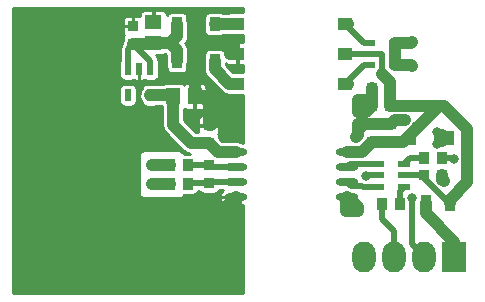
<source format=gbr>
G04 #@! TF.GenerationSoftware,KiCad,Pcbnew,(5.1.0-1152-gc9ccd8a64)*
G04 #@! TF.CreationDate,2019-07-22T10:50:57-04:00*
G04 #@! TF.ProjectId,current_sensor,63757272-656e-4745-9f73-656e736f722e,rev?*
G04 #@! TF.SameCoordinates,Original*
G04 #@! TF.FileFunction,Copper,L1,Top*
G04 #@! TF.FilePolarity,Positive*
%FSLAX46Y46*%
G04 Gerber Fmt 4.6, Leading zero omitted, Abs format (unit mm)*
G04 Created by KiCad (PCBNEW (5.1.0-1152-gc9ccd8a64)) date 2019-07-22 10:50:57*
%MOMM*%
%LPD*%
G04 APERTURE LIST*
%ADD10R,2.000000X2.600000*%
%ADD11O,2.000000X2.600000*%
%ADD12R,0.900000X1.200000*%
%ADD13R,0.850000X1.000000*%
%ADD14R,0.950000X1.450000*%
%ADD15R,0.900000X0.950000*%
%ADD16R,1.100000X0.600000*%
%ADD17R,1.300000X1.100000*%
%ADD18R,0.950000X0.900000*%
%ADD19R,1.450000X1.150000*%
%ADD20R,1.150000X1.450000*%
%ADD21O,1.950000X0.600000*%
%ADD22R,0.600000X1.100000*%
%ADD23C,0.800000*%
%ADD24C,0.500000*%
%ADD25C,1.000000*%
%ADD26C,0.250000*%
G04 APERTURE END LIST*
D10*
X170800000Y-93500000D03*
D11*
X168260000Y-93500000D03*
X165720000Y-93500000D03*
X163180000Y-93500000D03*
D12*
X150500000Y-76900000D03*
X147300000Y-76900000D03*
D13*
X166150000Y-89000000D03*
X164650000Y-89000000D03*
D14*
X168400000Y-88900000D03*
X170400000Y-88900000D03*
D12*
X167100000Y-83400000D03*
X170300000Y-83400000D03*
D15*
X169750000Y-86600000D03*
X168250000Y-86600000D03*
D16*
X164300000Y-85650000D03*
X164300000Y-87550000D03*
X164300000Y-86600000D03*
X166500000Y-87550000D03*
X166500000Y-85650000D03*
X166500000Y-86600000D03*
D17*
X161570000Y-78840000D03*
X161570000Y-76300000D03*
X161570000Y-73760000D03*
X152430000Y-73760000D03*
X152430000Y-76300000D03*
X152430000Y-78840000D03*
D18*
X163800000Y-82250000D03*
X163800000Y-83750000D03*
X150000000Y-83850000D03*
X150000000Y-82350000D03*
X150000000Y-87250000D03*
X150000000Y-85750000D03*
X143600000Y-75450000D03*
X143600000Y-73950000D03*
D15*
X163850000Y-80700000D03*
X165350000Y-80700000D03*
X165350000Y-79200000D03*
X163850000Y-79200000D03*
D18*
X165400000Y-82250000D03*
X165400000Y-83750000D03*
D19*
X145300000Y-73600000D03*
X145300000Y-75400000D03*
D20*
X147000000Y-79900000D03*
X148800000Y-79900000D03*
D13*
X168250000Y-85100000D03*
X169750000Y-85100000D03*
X148250000Y-87300000D03*
X146750000Y-87300000D03*
X148250000Y-85700000D03*
X146750000Y-85700000D03*
D21*
X152300000Y-84595000D03*
X152300000Y-85865000D03*
X152300000Y-87135000D03*
X152300000Y-88405000D03*
X161700000Y-88405000D03*
X161700000Y-87135000D03*
X161700000Y-85865000D03*
X161700000Y-84595000D03*
D12*
X147300000Y-73800000D03*
X150500000Y-73800000D03*
D22*
X145050000Y-79800000D03*
X143150000Y-79800000D03*
X144100000Y-77600000D03*
X143150000Y-77600000D03*
X145050000Y-77600000D03*
D16*
X163600000Y-75350000D03*
X163600000Y-77250000D03*
X163600000Y-76300000D03*
X165800000Y-77250000D03*
X165800000Y-75350000D03*
D23*
X170789600Y-85166200D03*
X163500000Y-93900000D03*
X162600000Y-89600000D03*
X169300000Y-82900000D03*
X169300000Y-83900000D03*
X162463188Y-83337213D03*
X162600000Y-82200000D03*
X163270745Y-86628392D03*
X167200000Y-75300000D03*
X167200000Y-77300000D03*
X166600000Y-81900000D03*
X162600000Y-81200000D03*
X162600000Y-80200000D03*
X161600000Y-89600000D03*
X169900000Y-87100000D03*
X167180400Y-88470994D03*
X145900000Y-87300000D03*
X151528698Y-89450934D03*
X152507488Y-89450934D03*
X150000000Y-81500000D03*
X151000000Y-81500000D03*
X151000000Y-80500000D03*
X150000000Y-80500000D03*
X145200000Y-87300000D03*
X145900000Y-85700000D03*
X145200000Y-85700000D03*
D24*
X170723400Y-85100000D02*
X170789600Y-85166200D01*
D25*
X171889601Y-82679599D02*
X171889601Y-87160399D01*
X171889601Y-87160399D02*
X170400000Y-88650000D01*
D24*
X169750000Y-85100000D02*
X170723400Y-85100000D01*
D25*
X170400000Y-88650000D02*
X170400000Y-88900000D01*
X169900002Y-80690000D02*
X171889601Y-82679599D01*
X169500000Y-80690000D02*
X169900002Y-80690000D01*
D24*
X163600000Y-75350000D02*
X163160000Y-75350000D01*
X163160000Y-75350000D02*
X161570000Y-73760000D01*
D25*
X161760000Y-73760000D02*
X161570000Y-73760000D01*
D24*
X163600000Y-77250000D02*
X163160000Y-77250000D01*
X163160000Y-77250000D02*
X161570000Y-78840000D01*
D25*
X161760000Y-78840000D02*
X161570000Y-78840000D01*
D24*
X170341986Y-88900000D02*
X168250000Y-86808014D01*
X170400000Y-88900000D02*
X170341986Y-88900000D01*
X168250000Y-86808014D02*
X168250000Y-86600000D01*
X166500000Y-86600000D02*
X168250000Y-86600000D01*
X164700000Y-76350000D02*
X164700000Y-78000000D01*
D25*
X165350000Y-79200000D02*
X165350000Y-78650000D01*
X165350000Y-78650000D02*
X164700000Y-78000000D01*
X169500000Y-80690000D02*
X165360000Y-80690000D01*
X165360000Y-80690000D02*
X165350000Y-80700000D01*
X169500000Y-80690000D02*
X167660525Y-82536545D01*
X167660525Y-82536545D02*
X167656990Y-82533010D01*
X167089990Y-83100010D02*
X167097060Y-83100010D01*
X165400000Y-83750000D02*
X166440000Y-83750000D01*
X166440000Y-83750000D02*
X167089990Y-83100010D01*
X167097060Y-83100010D02*
X167660525Y-82536545D01*
D24*
X163600000Y-76300000D02*
X161570000Y-76300000D01*
D25*
X165350000Y-79200000D02*
X165350000Y-80700000D01*
D24*
X163600000Y-76300000D02*
X164650000Y-76300000D01*
X164650000Y-76300000D02*
X164700000Y-76350000D01*
D25*
X163800000Y-83750000D02*
X165400000Y-83750000D01*
X161700000Y-84595000D02*
X162955000Y-84595000D01*
X162955000Y-84595000D02*
X163800000Y-83750000D01*
X162600000Y-89600000D02*
X162600000Y-89305000D01*
X162600000Y-89305000D02*
X161700000Y-88405000D01*
X162600000Y-89600000D02*
X161600000Y-89600000D01*
X161600000Y-89600000D02*
X161600000Y-88505000D01*
X161600000Y-88505000D02*
X161700000Y-88405000D01*
D24*
X169300000Y-83900000D02*
X169800000Y-83900000D01*
X169800000Y-83900000D02*
X170300000Y-83400000D01*
X169300000Y-82900000D02*
X169800000Y-83400000D01*
X169300000Y-82900000D02*
X169800000Y-82900000D01*
X169800000Y-82900000D02*
X170300000Y-83400000D01*
X169300000Y-83900000D02*
X169300000Y-82900000D01*
X170300000Y-83400000D02*
X169800000Y-83400000D01*
X169800000Y-83400000D02*
X169300000Y-83900000D01*
D25*
X163800000Y-82250000D02*
X163114998Y-82250000D01*
X163114998Y-82250000D02*
X162600000Y-82764998D01*
X162600000Y-82764998D02*
X162600000Y-83200401D01*
X162600000Y-82200000D02*
X162600000Y-83200401D01*
X162600000Y-83200401D02*
X162463188Y-83337213D01*
X163850000Y-80700000D02*
X163850000Y-79200000D01*
X163800000Y-82250000D02*
X162650000Y-82250000D01*
X162650000Y-82250000D02*
X162600000Y-82200000D01*
X162600000Y-81200000D02*
X163350000Y-81200000D01*
X163350000Y-81200000D02*
X163850000Y-80700000D01*
X166034315Y-81900000D02*
X166600000Y-81900000D01*
X165750000Y-81900000D02*
X166034315Y-81900000D01*
X165400000Y-82250000D02*
X165750000Y-81900000D01*
D24*
X164300000Y-86600000D02*
X163299137Y-86600000D01*
X163299137Y-86600000D02*
X163270745Y-86628392D01*
D25*
X165800000Y-75350000D02*
X167150000Y-75350000D01*
X167150000Y-75350000D02*
X167200000Y-75300000D01*
X165800000Y-77250000D02*
X167150000Y-77250000D01*
X167150000Y-77250000D02*
X167200000Y-77300000D01*
X163800000Y-82250000D02*
X165400000Y-82250000D01*
X163800000Y-82250000D02*
X163550000Y-82250000D01*
X162600000Y-80200000D02*
X163350000Y-80200000D01*
X163350000Y-80200000D02*
X163850000Y-80700000D01*
X162600000Y-80200000D02*
X162600000Y-81200000D01*
X165800000Y-75350000D02*
X165800000Y-77250000D01*
X169750000Y-86950000D02*
X169900000Y-87100000D01*
X169750000Y-86600000D02*
X169750000Y-86950000D01*
X147300000Y-76900000D02*
X147300000Y-76000000D01*
D24*
X145050000Y-77600000D02*
X145050000Y-76900000D01*
X145050000Y-76900000D02*
X143600000Y-75450000D01*
X143150000Y-77600000D02*
X143150000Y-75900000D01*
X143150000Y-75900000D02*
X143600000Y-75450000D01*
D25*
X143600000Y-75450000D02*
X145250000Y-75450000D01*
X145250000Y-75450000D02*
X145300000Y-75400000D01*
X147300000Y-73800000D02*
X147300000Y-74800000D01*
X147300000Y-74800000D02*
X146700000Y-75400000D01*
X146700000Y-75400000D02*
X145300000Y-75400000D01*
X147300000Y-76000000D02*
X146700000Y-75400000D01*
X150500000Y-73800000D02*
X152390000Y-73800000D01*
X152390000Y-73800000D02*
X152430000Y-73760000D01*
X150500000Y-76900000D02*
X150500000Y-77600000D01*
X152430000Y-78840000D02*
X151740000Y-78840000D01*
X151740000Y-78840000D02*
X150500000Y-77600000D01*
D24*
X167125000Y-88526394D02*
X167180400Y-88470994D01*
X167180400Y-92420400D02*
X168260000Y-93500000D01*
X167180400Y-88470994D02*
X167180400Y-92420400D01*
X150000000Y-85750000D02*
X148300000Y-85750000D01*
X148300000Y-85750000D02*
X148250000Y-85700000D01*
X152300000Y-85865000D02*
X150115000Y-85865000D01*
X150115000Y-85865000D02*
X150000000Y-85750000D01*
D26*
X165700000Y-93480000D02*
X165720000Y-93500000D01*
D24*
X165700000Y-91300000D02*
X165700000Y-93480000D01*
X164650000Y-89000000D02*
X164650000Y-90250000D01*
X164650000Y-90250000D02*
X165700000Y-91300000D01*
D25*
X146750000Y-87300000D02*
X145900000Y-87300000D01*
X152430000Y-76300000D02*
X151530000Y-75400000D01*
X151530000Y-75400000D02*
X149689998Y-75400000D01*
X149689998Y-75400000D02*
X148800000Y-76289998D01*
X148800000Y-76289998D02*
X148800000Y-79900000D01*
X145200000Y-87300000D02*
X146750000Y-87300000D01*
X151528698Y-89450934D02*
X151528698Y-89176302D01*
X151528698Y-89176302D02*
X152300000Y-88405000D01*
X152507488Y-89450934D02*
X151528698Y-89450934D01*
X152300000Y-88405000D02*
X152300000Y-89243446D01*
X152300000Y-89243446D02*
X152507488Y-89450934D01*
X148800000Y-79900000D02*
X150400000Y-79900000D01*
X150400000Y-79900000D02*
X151000000Y-80500000D01*
X150000000Y-82350000D02*
X150150000Y-82350000D01*
X150150000Y-82350000D02*
X151000000Y-81500000D01*
X150000000Y-82350000D02*
X150000000Y-81500000D01*
X150000000Y-81500000D02*
X150000000Y-80500000D01*
X151000000Y-81500000D02*
X150000000Y-81500000D01*
X151000000Y-80500000D02*
X151000000Y-81500000D01*
X150000000Y-80500000D02*
X151000000Y-80500000D01*
X148800000Y-79900000D02*
X149400000Y-79900000D01*
X149400000Y-79900000D02*
X150000000Y-80500000D01*
X152430000Y-76300000D02*
X151800000Y-76300000D01*
D24*
X166150000Y-88000000D02*
X166150000Y-89000000D01*
X166150000Y-87900000D02*
X166150000Y-88000000D01*
X166500000Y-87550000D02*
X166150000Y-87900000D01*
X168250000Y-85100000D02*
X167050000Y-85100000D01*
X167050000Y-85100000D02*
X166500000Y-85650000D01*
X168375000Y-88925000D02*
X168400000Y-88900000D01*
D25*
X170800000Y-92200000D02*
X170800000Y-93500000D01*
X168400000Y-88900000D02*
X168400000Y-89800000D01*
X168400000Y-89800000D02*
X170800000Y-92200000D01*
D24*
X150000000Y-87250000D02*
X148300000Y-87250000D01*
X148300000Y-87250000D02*
X148250000Y-87300000D01*
X152300000Y-87135000D02*
X150115000Y-87135000D01*
X150115000Y-87135000D02*
X150000000Y-87250000D01*
D25*
X147000000Y-79900000D02*
X147000000Y-82325000D01*
X147000000Y-82325000D02*
X148525000Y-83850000D01*
X148525000Y-83850000D02*
X150000000Y-83850000D01*
X152300000Y-84595000D02*
X150745000Y-84595000D01*
X150745000Y-84595000D02*
X150000000Y-83850000D01*
X145050000Y-79800000D02*
X146900000Y-79800000D01*
X146900000Y-79800000D02*
X147000000Y-79900000D01*
X146750000Y-85700000D02*
X145900000Y-85700000D01*
X145200000Y-85700000D02*
X146750000Y-85700000D01*
D24*
X161915000Y-85650000D02*
X161700000Y-85865000D01*
X164300000Y-85650000D02*
X161915000Y-85650000D01*
X164300000Y-87550000D02*
X163039576Y-87550000D01*
X162944566Y-87454990D02*
X162019990Y-87454990D01*
X163039576Y-87550000D02*
X162944566Y-87454990D01*
X162019990Y-87454990D02*
X161700000Y-87135000D01*
D26*
G36*
X152875000Y-72779123D02*
G01*
X151780000Y-72779123D01*
X151755613Y-72781525D01*
X151638559Y-72804809D01*
X151593500Y-72823473D01*
X151516383Y-72875000D01*
X151228583Y-72875000D01*
X151136500Y-72813473D01*
X151091441Y-72794809D01*
X150974387Y-72771525D01*
X150950000Y-72769123D01*
X150050000Y-72769123D01*
X150025613Y-72771525D01*
X149908559Y-72794809D01*
X149863500Y-72813473D01*
X149764266Y-72879778D01*
X149729778Y-72914266D01*
X149663473Y-73013500D01*
X149644809Y-73058559D01*
X149621525Y-73175613D01*
X149619123Y-73200000D01*
X149619123Y-73515858D01*
X149592515Y-73589765D01*
X149585461Y-73622952D01*
X149569408Y-73841550D01*
X149571538Y-73875412D01*
X149614862Y-74090274D01*
X149619123Y-74102509D01*
X149619123Y-74400000D01*
X149621525Y-74424387D01*
X149644809Y-74541441D01*
X149663473Y-74586500D01*
X149729778Y-74685734D01*
X149764266Y-74720222D01*
X149863500Y-74786527D01*
X149908559Y-74805191D01*
X150025613Y-74828475D01*
X150050000Y-74830877D01*
X150950000Y-74830877D01*
X150974387Y-74828475D01*
X151091441Y-74805191D01*
X151136500Y-74786527D01*
X151228583Y-74725000D01*
X151687871Y-74725000D01*
X151755613Y-74738475D01*
X151780000Y-74740877D01*
X152875000Y-74740877D01*
X152875000Y-75319123D01*
X152580000Y-75319123D01*
X152512420Y-75338966D01*
X152466296Y-75392196D01*
X152455000Y-75444123D01*
X152455000Y-77155877D01*
X152474843Y-77223457D01*
X152528073Y-77269581D01*
X152580000Y-77280877D01*
X152875000Y-77280877D01*
X152875000Y-77859123D01*
X152067270Y-77859123D01*
X151425000Y-77216854D01*
X151425000Y-77083684D01*
X151459778Y-77135734D01*
X151494266Y-77170222D01*
X151593500Y-77236527D01*
X151638559Y-77255191D01*
X151755613Y-77278475D01*
X151780000Y-77280877D01*
X152280000Y-77280877D01*
X152347580Y-77261034D01*
X152393704Y-77207804D01*
X152405000Y-77155877D01*
X152405000Y-76450000D01*
X152385157Y-76382420D01*
X152331927Y-76336296D01*
X152280000Y-76325000D01*
X151474123Y-76325000D01*
X151406543Y-76344843D01*
X151380877Y-76374463D01*
X151380877Y-76300000D01*
X151378475Y-76275613D01*
X151362658Y-76196095D01*
X151368966Y-76217580D01*
X151422196Y-76263704D01*
X151474123Y-76275000D01*
X152280000Y-76275000D01*
X152347580Y-76255157D01*
X152393704Y-76201927D01*
X152405000Y-76150000D01*
X152405000Y-75444123D01*
X152385157Y-75376543D01*
X152331927Y-75330419D01*
X152280000Y-75319123D01*
X151780000Y-75319123D01*
X151755613Y-75321525D01*
X151638559Y-75344809D01*
X151593500Y-75363473D01*
X151494266Y-75429778D01*
X151459778Y-75464266D01*
X151393473Y-75563500D01*
X151374809Y-75608559D01*
X151351525Y-75725613D01*
X151349123Y-75750000D01*
X151349123Y-76143910D01*
X151336527Y-76113500D01*
X151270222Y-76014266D01*
X151235734Y-75979778D01*
X151136500Y-75913473D01*
X151091441Y-75894809D01*
X150974387Y-75871525D01*
X150950000Y-75869123D01*
X150050000Y-75869123D01*
X150025613Y-75871525D01*
X149908559Y-75894809D01*
X149863500Y-75913473D01*
X149764266Y-75979778D01*
X149729778Y-76014266D01*
X149663473Y-76113500D01*
X149644809Y-76158559D01*
X149621525Y-76275613D01*
X149619123Y-76300000D01*
X149619123Y-76643900D01*
X149577732Y-76838629D01*
X149575000Y-76864618D01*
X149575000Y-77579454D01*
X149571173Y-77670759D01*
X149574366Y-77704538D01*
X149589429Y-77768760D01*
X149598383Y-77834123D01*
X149607507Y-77866802D01*
X149618246Y-77891617D01*
X149624418Y-77917933D01*
X149641281Y-77957468D01*
X149657648Y-77982671D01*
X149694557Y-78067962D01*
X149712133Y-78096983D01*
X149850072Y-78267322D01*
X149874805Y-78290548D01*
X149901065Y-78309210D01*
X151071376Y-79479522D01*
X151133254Y-79546815D01*
X151159398Y-79568443D01*
X151215465Y-79603206D01*
X151268009Y-79643089D01*
X151297567Y-79659744D01*
X151322702Y-79669696D01*
X151345684Y-79683945D01*
X151385564Y-79699976D01*
X151414963Y-79706225D01*
X151501363Y-79740433D01*
X151534312Y-79748526D01*
X151554820Y-79750682D01*
X151593501Y-79776527D01*
X151638559Y-79795191D01*
X151755613Y-79818475D01*
X151780000Y-79820877D01*
X152875000Y-79820877D01*
X152875000Y-83863084D01*
X152694317Y-83751056D01*
X152654437Y-83735025D01*
X152361372Y-83672732D01*
X152335383Y-83670000D01*
X151128146Y-83670000D01*
X150905877Y-83447731D01*
X150905877Y-83400000D01*
X150903475Y-83375613D01*
X150880191Y-83258559D01*
X150861527Y-83213500D01*
X150795222Y-83114266D01*
X150780956Y-83100000D01*
X150795222Y-83085734D01*
X150861527Y-82986500D01*
X150880191Y-82941441D01*
X150903475Y-82824387D01*
X150905877Y-82800000D01*
X150905877Y-82500000D01*
X150886034Y-82432420D01*
X150832804Y-82386296D01*
X150780877Y-82375000D01*
X149219123Y-82375000D01*
X149151543Y-82394843D01*
X149105419Y-82448073D01*
X149094123Y-82500000D01*
X149094123Y-82800000D01*
X149096525Y-82824387D01*
X149116539Y-82925000D01*
X148908147Y-82925000D01*
X147925000Y-81941854D01*
X147925000Y-81900000D01*
X149094123Y-81900000D01*
X149094123Y-82200000D01*
X149113966Y-82267580D01*
X149167196Y-82313704D01*
X149219123Y-82325000D01*
X149850000Y-82325000D01*
X149917580Y-82305157D01*
X149963704Y-82251927D01*
X149975000Y-82200000D01*
X149975000Y-81594123D01*
X150025000Y-81594123D01*
X150025000Y-82200000D01*
X150044843Y-82267580D01*
X150098073Y-82313704D01*
X150150000Y-82325000D01*
X150780877Y-82325000D01*
X150848457Y-82305157D01*
X150894581Y-82251927D01*
X150905877Y-82200000D01*
X150905877Y-81900000D01*
X150903475Y-81875613D01*
X150880191Y-81758559D01*
X150861527Y-81713500D01*
X150795222Y-81614266D01*
X150760734Y-81579778D01*
X150661500Y-81513473D01*
X150616441Y-81494809D01*
X150499387Y-81471525D01*
X150475000Y-81469123D01*
X150150000Y-81469123D01*
X150082420Y-81488966D01*
X150036296Y-81542196D01*
X150025000Y-81594123D01*
X149975000Y-81594123D01*
X149955157Y-81526543D01*
X149901927Y-81480419D01*
X149850000Y-81469123D01*
X149525000Y-81469123D01*
X149500613Y-81471525D01*
X149383559Y-81494809D01*
X149338500Y-81513473D01*
X149239266Y-81579778D01*
X149204778Y-81614266D01*
X149138473Y-81713500D01*
X149119809Y-81758559D01*
X149096525Y-81875613D01*
X149094123Y-81900000D01*
X147925000Y-81900000D01*
X147925000Y-80930956D01*
X147939266Y-80945222D01*
X148038500Y-81011527D01*
X148083559Y-81030191D01*
X148200613Y-81053475D01*
X148225000Y-81055877D01*
X148650000Y-81055877D01*
X148717580Y-81036034D01*
X148763704Y-80982804D01*
X148775000Y-80930877D01*
X148775000Y-80050000D01*
X148825000Y-80050000D01*
X148825000Y-80930877D01*
X148844843Y-80998457D01*
X148898073Y-81044581D01*
X148950000Y-81055877D01*
X149375000Y-81055877D01*
X149399387Y-81053475D01*
X149516441Y-81030191D01*
X149561500Y-81011527D01*
X149660734Y-80945222D01*
X149695222Y-80910734D01*
X149761527Y-80811500D01*
X149780191Y-80766441D01*
X149803475Y-80649387D01*
X149805877Y-80625000D01*
X149805877Y-80050000D01*
X149786034Y-79982420D01*
X149732804Y-79936296D01*
X149680877Y-79925000D01*
X148950000Y-79925000D01*
X148882420Y-79944843D01*
X148836296Y-79998073D01*
X148825000Y-80050000D01*
X148775000Y-80050000D01*
X148775000Y-78869123D01*
X148825000Y-78869123D01*
X148825000Y-79750000D01*
X148844843Y-79817580D01*
X148898073Y-79863704D01*
X148950000Y-79875000D01*
X149680877Y-79875000D01*
X149748457Y-79855157D01*
X149794581Y-79801927D01*
X149805877Y-79750000D01*
X149805877Y-79175000D01*
X149803475Y-79150613D01*
X149780191Y-79033559D01*
X149761527Y-78988500D01*
X149695222Y-78889266D01*
X149660734Y-78854778D01*
X149561500Y-78788473D01*
X149516441Y-78769809D01*
X149399387Y-78746525D01*
X149375000Y-78744123D01*
X148950000Y-78744123D01*
X148882420Y-78763966D01*
X148836296Y-78817196D01*
X148825000Y-78869123D01*
X148775000Y-78869123D01*
X148755157Y-78801543D01*
X148701927Y-78755419D01*
X148650000Y-78744123D01*
X148225000Y-78744123D01*
X148200613Y-78746525D01*
X148083559Y-78769809D01*
X148038500Y-78788473D01*
X147939266Y-78854778D01*
X147904778Y-78889266D01*
X147900000Y-78896417D01*
X147895222Y-78889266D01*
X147860734Y-78854778D01*
X147761500Y-78788473D01*
X147716441Y-78769809D01*
X147599387Y-78746525D01*
X147575000Y-78744123D01*
X146425000Y-78744123D01*
X146400613Y-78746525D01*
X146283559Y-78769809D01*
X146238500Y-78788473D01*
X146139266Y-78854778D01*
X146119044Y-78875000D01*
X145553751Y-78875000D01*
X145536499Y-78863473D01*
X145491441Y-78844809D01*
X145374387Y-78821525D01*
X145350000Y-78819123D01*
X144750000Y-78819123D01*
X144725613Y-78821525D01*
X144608559Y-78844809D01*
X144563500Y-78863473D01*
X144464266Y-78929778D01*
X144429778Y-78964266D01*
X144363473Y-79063500D01*
X144344809Y-79108559D01*
X144321525Y-79225613D01*
X144321232Y-79228584D01*
X144232481Y-79353469D01*
X144216762Y-79383537D01*
X144142515Y-79589765D01*
X144135461Y-79622952D01*
X144119408Y-79841550D01*
X144121538Y-79875412D01*
X144164862Y-80090274D01*
X144176020Y-80122316D01*
X144275529Y-80317612D01*
X144294893Y-80345473D01*
X144321537Y-80374448D01*
X144344809Y-80491441D01*
X144363473Y-80536500D01*
X144429778Y-80635734D01*
X144464266Y-80670222D01*
X144563500Y-80736527D01*
X144608559Y-80755191D01*
X144725613Y-80778475D01*
X144750000Y-80780877D01*
X145350000Y-80780877D01*
X145374387Y-80778475D01*
X145491441Y-80755191D01*
X145536499Y-80736527D01*
X145553751Y-80725000D01*
X146011566Y-80725000D01*
X146019809Y-80766441D01*
X146038473Y-80811499D01*
X146075000Y-80866167D01*
X146075001Y-82304431D01*
X146071173Y-82395759D01*
X146074366Y-82429539D01*
X146089430Y-82493764D01*
X146098383Y-82559122D01*
X146107508Y-82591801D01*
X146118244Y-82616611D01*
X146124418Y-82642933D01*
X146141282Y-82682470D01*
X146157649Y-82707672D01*
X146194556Y-82792961D01*
X146212133Y-82821983D01*
X146350072Y-82992322D01*
X146374805Y-83015548D01*
X146401065Y-83034210D01*
X147856389Y-84489536D01*
X147918255Y-84556815D01*
X147944398Y-84578443D01*
X148000465Y-84613206D01*
X148053009Y-84653089D01*
X148082568Y-84669745D01*
X148107707Y-84679698D01*
X148130683Y-84693944D01*
X148170562Y-84709975D01*
X148199957Y-84716223D01*
X148286363Y-84750434D01*
X148319314Y-84758527D01*
X148420133Y-84769123D01*
X147897629Y-84769123D01*
X147890229Y-84737659D01*
X147868301Y-84690949D01*
X147801861Y-84602968D01*
X147767913Y-84572020D01*
X147674176Y-84513981D01*
X147631340Y-84497386D01*
X147522968Y-84477128D01*
X147500000Y-84475000D01*
X144500000Y-84475000D01*
X144471381Y-84478320D01*
X144337659Y-84509771D01*
X144290949Y-84531699D01*
X144202968Y-84598139D01*
X144172020Y-84632087D01*
X144113981Y-84725824D01*
X144097386Y-84768660D01*
X144077128Y-84877032D01*
X144075000Y-84900000D01*
X144075000Y-88100000D01*
X144078320Y-88128619D01*
X144109771Y-88262341D01*
X144131699Y-88309051D01*
X144198139Y-88397032D01*
X144232087Y-88427980D01*
X144325824Y-88486019D01*
X144368660Y-88502614D01*
X144477032Y-88522872D01*
X144500000Y-88525000D01*
X147500000Y-88525000D01*
X147528619Y-88521680D01*
X147662341Y-88490229D01*
X147709051Y-88468301D01*
X147797032Y-88401861D01*
X147827980Y-88367913D01*
X147886019Y-88274176D01*
X147902614Y-88231340D01*
X147902701Y-88230877D01*
X148675000Y-88230877D01*
X148699387Y-88228475D01*
X148816441Y-88205191D01*
X148861500Y-88186527D01*
X148960734Y-88120222D01*
X148995222Y-88085734D01*
X149061527Y-87986500D01*
X149080191Y-87941441D01*
X149083461Y-87925000D01*
X149164197Y-87925000D01*
X149204778Y-87985734D01*
X149239266Y-88020222D01*
X149338500Y-88086527D01*
X149383559Y-88105191D01*
X149500613Y-88128475D01*
X149525000Y-88130877D01*
X150475000Y-88130877D01*
X150499387Y-88128475D01*
X150616441Y-88105191D01*
X150661500Y-88086527D01*
X150760734Y-88020222D01*
X150795222Y-87985734D01*
X150861527Y-87886500D01*
X150880191Y-87841441D01*
X150886445Y-87810000D01*
X151209477Y-87810000D01*
X151120980Y-87877906D01*
X151097906Y-87900980D01*
X151001732Y-88026316D01*
X150985416Y-88054576D01*
X150924959Y-88200534D01*
X150916513Y-88232053D01*
X150915640Y-88238684D01*
X150926493Y-88308276D01*
X150973247Y-88360953D01*
X151039571Y-88380000D01*
X152325000Y-88380000D01*
X152325000Y-89005000D01*
X152344843Y-89072580D01*
X152398073Y-89118704D01*
X152450000Y-89130000D01*
X152875000Y-89130000D01*
X152875000Y-96575000D01*
X133425000Y-96575000D01*
X133425000Y-88571316D01*
X150915640Y-88571316D01*
X150916513Y-88577947D01*
X150924959Y-88609466D01*
X150985416Y-88755423D01*
X151001732Y-88783683D01*
X151097906Y-88909020D01*
X151120980Y-88932094D01*
X151246317Y-89028268D01*
X151274577Y-89044584D01*
X151420534Y-89105041D01*
X151452053Y-89113487D01*
X151569361Y-89128931D01*
X151585677Y-89130000D01*
X152150000Y-89130000D01*
X152217580Y-89110157D01*
X152263704Y-89056927D01*
X152275000Y-89005000D01*
X152275000Y-88555000D01*
X152255157Y-88487420D01*
X152201927Y-88441296D01*
X152150000Y-88430000D01*
X151039571Y-88430000D01*
X150971991Y-88449843D01*
X150925867Y-88503073D01*
X150915640Y-88571316D01*
X133425000Y-88571316D01*
X133425000Y-79250000D01*
X142419123Y-79250000D01*
X142419123Y-80350000D01*
X142421525Y-80374387D01*
X142444809Y-80491441D01*
X142463473Y-80536500D01*
X142529778Y-80635734D01*
X142564266Y-80670222D01*
X142663500Y-80736527D01*
X142708559Y-80755191D01*
X142825613Y-80778475D01*
X142850000Y-80780877D01*
X143450000Y-80780877D01*
X143474387Y-80778475D01*
X143591441Y-80755191D01*
X143636500Y-80736527D01*
X143735734Y-80670222D01*
X143770222Y-80635734D01*
X143836527Y-80536500D01*
X143855191Y-80491441D01*
X143878475Y-80374387D01*
X143880877Y-80350000D01*
X143880877Y-79250000D01*
X143878475Y-79225613D01*
X143855191Y-79108559D01*
X143836527Y-79063500D01*
X143770222Y-78964266D01*
X143735734Y-78929778D01*
X143636500Y-78863473D01*
X143591441Y-78844809D01*
X143474387Y-78821525D01*
X143450000Y-78819123D01*
X142850000Y-78819123D01*
X142825613Y-78821525D01*
X142708559Y-78844809D01*
X142663500Y-78863473D01*
X142564266Y-78929778D01*
X142529778Y-78964266D01*
X142463473Y-79063500D01*
X142444809Y-79108559D01*
X142421525Y-79225613D01*
X142419123Y-79250000D01*
X133425000Y-79250000D01*
X133425000Y-77050000D01*
X142419123Y-77050000D01*
X142419123Y-78150000D01*
X142421525Y-78174387D01*
X142444809Y-78291441D01*
X142463473Y-78336500D01*
X142529778Y-78435734D01*
X142564266Y-78470222D01*
X142663500Y-78536527D01*
X142708559Y-78555191D01*
X142825613Y-78578475D01*
X142850000Y-78580877D01*
X143450000Y-78580877D01*
X143474387Y-78578475D01*
X143591441Y-78555191D01*
X143625000Y-78541290D01*
X143658559Y-78555191D01*
X143775613Y-78578475D01*
X143800000Y-78580877D01*
X143950000Y-78580877D01*
X144017580Y-78561034D01*
X144063704Y-78507804D01*
X144075000Y-78455877D01*
X144075000Y-77575000D01*
X144125000Y-77575000D01*
X144125000Y-78455877D01*
X144144843Y-78523457D01*
X144198073Y-78569581D01*
X144250000Y-78580877D01*
X144400000Y-78580877D01*
X144424387Y-78578475D01*
X144541441Y-78555191D01*
X144575000Y-78541290D01*
X144608559Y-78555191D01*
X144725613Y-78578475D01*
X144750000Y-78580877D01*
X145350000Y-78580877D01*
X145374387Y-78578475D01*
X145491441Y-78555191D01*
X145536500Y-78536527D01*
X145635734Y-78470222D01*
X145670222Y-78435734D01*
X145736527Y-78336500D01*
X145755191Y-78291441D01*
X145778475Y-78174387D01*
X145780877Y-78150000D01*
X145780877Y-77050000D01*
X145778475Y-77025613D01*
X145755191Y-76908559D01*
X145736527Y-76863501D01*
X145724240Y-76845111D01*
X145723303Y-76833784D01*
X145718490Y-76804868D01*
X145709598Y-76729741D01*
X145702482Y-76708689D01*
X145700846Y-76698858D01*
X145687550Y-76660025D01*
X145600602Y-76498883D01*
X145575444Y-76466450D01*
X145517236Y-76412643D01*
X145510470Y-76405877D01*
X146025000Y-76405877D01*
X146049387Y-76403475D01*
X146166441Y-76380191D01*
X146211500Y-76361527D01*
X146266167Y-76325000D01*
X146316854Y-76325000D01*
X146375000Y-76383146D01*
X146375000Y-76954904D01*
X146376157Y-76971869D01*
X146398383Y-77134122D01*
X146407507Y-77166800D01*
X146419123Y-77193643D01*
X146419123Y-77500000D01*
X146421525Y-77524387D01*
X146444809Y-77641441D01*
X146463473Y-77686500D01*
X146529778Y-77785734D01*
X146564266Y-77820222D01*
X146663500Y-77886527D01*
X146708559Y-77905191D01*
X146825613Y-77928475D01*
X146850000Y-77930877D01*
X147750000Y-77930877D01*
X147774387Y-77928475D01*
X147891441Y-77905191D01*
X147936500Y-77886527D01*
X148035734Y-77820222D01*
X148070222Y-77785734D01*
X148136527Y-77686500D01*
X148155191Y-77641441D01*
X148178475Y-77524387D01*
X148180877Y-77500000D01*
X148180877Y-77156101D01*
X148222268Y-76961372D01*
X148225000Y-76935383D01*
X148225000Y-76020546D01*
X148228827Y-75929240D01*
X148225634Y-75895460D01*
X148210572Y-75831244D01*
X148201618Y-75765878D01*
X148192493Y-75733198D01*
X148181756Y-75708387D01*
X148175583Y-75682067D01*
X148158718Y-75642530D01*
X148142355Y-75617333D01*
X148105445Y-75532039D01*
X148087868Y-75503017D01*
X148008378Y-75404856D01*
X148028443Y-75380602D01*
X148063206Y-75324535D01*
X148103089Y-75271991D01*
X148119744Y-75242433D01*
X148129696Y-75217298D01*
X148143945Y-75194316D01*
X148159976Y-75154436D01*
X148166225Y-75125037D01*
X148200433Y-75038637D01*
X148208526Y-75005686D01*
X148231436Y-74787701D01*
X148230371Y-74753790D01*
X148225000Y-74722035D01*
X148225000Y-73745095D01*
X148223843Y-73728130D01*
X148201617Y-73565877D01*
X148192493Y-73533199D01*
X148180877Y-73506356D01*
X148180877Y-73200000D01*
X148178475Y-73175613D01*
X148155191Y-73058559D01*
X148136527Y-73013500D01*
X148070222Y-72914266D01*
X148035734Y-72879778D01*
X147936500Y-72813473D01*
X147891441Y-72794809D01*
X147774387Y-72771525D01*
X147750000Y-72769123D01*
X146850000Y-72769123D01*
X146825613Y-72771525D01*
X146708559Y-72794809D01*
X146663500Y-72813473D01*
X146564266Y-72879778D01*
X146529778Y-72914266D01*
X146463473Y-73013500D01*
X146455877Y-73031838D01*
X146455877Y-73025000D01*
X146453475Y-73000613D01*
X146430191Y-72883559D01*
X146411527Y-72838500D01*
X146345222Y-72739266D01*
X146310734Y-72704778D01*
X146211500Y-72638473D01*
X146166441Y-72619809D01*
X146049387Y-72596525D01*
X146025000Y-72594123D01*
X145450000Y-72594123D01*
X145382420Y-72613966D01*
X145336296Y-72667196D01*
X145325000Y-72719123D01*
X145325000Y-73625000D01*
X145275000Y-73625000D01*
X145275000Y-72719123D01*
X145255157Y-72651543D01*
X145201927Y-72605419D01*
X145150000Y-72594123D01*
X144575000Y-72594123D01*
X144550613Y-72596525D01*
X144433559Y-72619809D01*
X144388500Y-72638473D01*
X144289266Y-72704778D01*
X144254778Y-72739266D01*
X144188473Y-72838500D01*
X144169809Y-72883559D01*
X144146525Y-73000613D01*
X144144123Y-73025000D01*
X144144123Y-73080424D01*
X144099387Y-73071525D01*
X144075000Y-73069123D01*
X143750000Y-73069123D01*
X143682420Y-73088966D01*
X143636296Y-73142196D01*
X143625000Y-73194123D01*
X143625000Y-73975000D01*
X142819123Y-73975000D01*
X142751543Y-73994843D01*
X142705419Y-74048073D01*
X142694123Y-74100000D01*
X142694123Y-74400000D01*
X142696525Y-74424387D01*
X142719809Y-74541441D01*
X142738473Y-74586500D01*
X142804778Y-74685734D01*
X142819044Y-74700000D01*
X142804778Y-74714266D01*
X142738473Y-74813500D01*
X142719809Y-74858559D01*
X142696525Y-74975613D01*
X142694123Y-75000000D01*
X142694123Y-75235299D01*
X142692515Y-75239765D01*
X142685461Y-75272952D01*
X142675262Y-75411839D01*
X142644326Y-75451081D01*
X142640395Y-75455012D01*
X142627081Y-75470724D01*
X142610026Y-75494590D01*
X142563203Y-75553985D01*
X142553347Y-75573906D01*
X142547556Y-75582010D01*
X142529497Y-75618873D01*
X142477034Y-75794299D01*
X142471889Y-75835021D01*
X142475001Y-75914231D01*
X142475000Y-76846249D01*
X142463473Y-76863501D01*
X142444809Y-76908559D01*
X142421525Y-77025613D01*
X142419123Y-77050000D01*
X133425000Y-77050000D01*
X133425000Y-73500000D01*
X142694123Y-73500000D01*
X142694123Y-73800000D01*
X142713966Y-73867580D01*
X142767196Y-73913704D01*
X142819123Y-73925000D01*
X143450000Y-73925000D01*
X143517580Y-73905157D01*
X143563704Y-73851927D01*
X143575000Y-73800000D01*
X143575000Y-73194123D01*
X143555157Y-73126543D01*
X143501927Y-73080419D01*
X143450000Y-73069123D01*
X143125000Y-73069123D01*
X143100613Y-73071525D01*
X142983559Y-73094809D01*
X142938500Y-73113473D01*
X142839266Y-73179778D01*
X142804778Y-73214266D01*
X142738473Y-73313500D01*
X142719809Y-73358559D01*
X142696525Y-73475613D01*
X142694123Y-73500000D01*
X133425000Y-73500000D01*
X133425000Y-72425000D01*
X152875000Y-72425000D01*
X152875000Y-72779123D01*
X152875000Y-72779123D01*
G37*
X152875000Y-72779123D02*
X151780000Y-72779123D01*
X151755613Y-72781525D01*
X151638559Y-72804809D01*
X151593500Y-72823473D01*
X151516383Y-72875000D01*
X151228583Y-72875000D01*
X151136500Y-72813473D01*
X151091441Y-72794809D01*
X150974387Y-72771525D01*
X150950000Y-72769123D01*
X150050000Y-72769123D01*
X150025613Y-72771525D01*
X149908559Y-72794809D01*
X149863500Y-72813473D01*
X149764266Y-72879778D01*
X149729778Y-72914266D01*
X149663473Y-73013500D01*
X149644809Y-73058559D01*
X149621525Y-73175613D01*
X149619123Y-73200000D01*
X149619123Y-73515858D01*
X149592515Y-73589765D01*
X149585461Y-73622952D01*
X149569408Y-73841550D01*
X149571538Y-73875412D01*
X149614862Y-74090274D01*
X149619123Y-74102509D01*
X149619123Y-74400000D01*
X149621525Y-74424387D01*
X149644809Y-74541441D01*
X149663473Y-74586500D01*
X149729778Y-74685734D01*
X149764266Y-74720222D01*
X149863500Y-74786527D01*
X149908559Y-74805191D01*
X150025613Y-74828475D01*
X150050000Y-74830877D01*
X150950000Y-74830877D01*
X150974387Y-74828475D01*
X151091441Y-74805191D01*
X151136500Y-74786527D01*
X151228583Y-74725000D01*
X151687871Y-74725000D01*
X151755613Y-74738475D01*
X151780000Y-74740877D01*
X152875000Y-74740877D01*
X152875000Y-75319123D01*
X152580000Y-75319123D01*
X152512420Y-75338966D01*
X152466296Y-75392196D01*
X152455000Y-75444123D01*
X152455000Y-77155877D01*
X152474843Y-77223457D01*
X152528073Y-77269581D01*
X152580000Y-77280877D01*
X152875000Y-77280877D01*
X152875000Y-77859123D01*
X152067270Y-77859123D01*
X151425000Y-77216854D01*
X151425000Y-77083684D01*
X151459778Y-77135734D01*
X151494266Y-77170222D01*
X151593500Y-77236527D01*
X151638559Y-77255191D01*
X151755613Y-77278475D01*
X151780000Y-77280877D01*
X152280000Y-77280877D01*
X152347580Y-77261034D01*
X152393704Y-77207804D01*
X152405000Y-77155877D01*
X152405000Y-76450000D01*
X152385157Y-76382420D01*
X152331927Y-76336296D01*
X152280000Y-76325000D01*
X151474123Y-76325000D01*
X151406543Y-76344843D01*
X151380877Y-76374463D01*
X151380877Y-76300000D01*
X151378475Y-76275613D01*
X151362658Y-76196095D01*
X151368966Y-76217580D01*
X151422196Y-76263704D01*
X151474123Y-76275000D01*
X152280000Y-76275000D01*
X152347580Y-76255157D01*
X152393704Y-76201927D01*
X152405000Y-76150000D01*
X152405000Y-75444123D01*
X152385157Y-75376543D01*
X152331927Y-75330419D01*
X152280000Y-75319123D01*
X151780000Y-75319123D01*
X151755613Y-75321525D01*
X151638559Y-75344809D01*
X151593500Y-75363473D01*
X151494266Y-75429778D01*
X151459778Y-75464266D01*
X151393473Y-75563500D01*
X151374809Y-75608559D01*
X151351525Y-75725613D01*
X151349123Y-75750000D01*
X151349123Y-76143910D01*
X151336527Y-76113500D01*
X151270222Y-76014266D01*
X151235734Y-75979778D01*
X151136500Y-75913473D01*
X151091441Y-75894809D01*
X150974387Y-75871525D01*
X150950000Y-75869123D01*
X150050000Y-75869123D01*
X150025613Y-75871525D01*
X149908559Y-75894809D01*
X149863500Y-75913473D01*
X149764266Y-75979778D01*
X149729778Y-76014266D01*
X149663473Y-76113500D01*
X149644809Y-76158559D01*
X149621525Y-76275613D01*
X149619123Y-76300000D01*
X149619123Y-76643900D01*
X149577732Y-76838629D01*
X149575000Y-76864618D01*
X149575000Y-77579454D01*
X149571173Y-77670759D01*
X149574366Y-77704538D01*
X149589429Y-77768760D01*
X149598383Y-77834123D01*
X149607507Y-77866802D01*
X149618246Y-77891617D01*
X149624418Y-77917933D01*
X149641281Y-77957468D01*
X149657648Y-77982671D01*
X149694557Y-78067962D01*
X149712133Y-78096983D01*
X149850072Y-78267322D01*
X149874805Y-78290548D01*
X149901065Y-78309210D01*
X151071376Y-79479522D01*
X151133254Y-79546815D01*
X151159398Y-79568443D01*
X151215465Y-79603206D01*
X151268009Y-79643089D01*
X151297567Y-79659744D01*
X151322702Y-79669696D01*
X151345684Y-79683945D01*
X151385564Y-79699976D01*
X151414963Y-79706225D01*
X151501363Y-79740433D01*
X151534312Y-79748526D01*
X151554820Y-79750682D01*
X151593501Y-79776527D01*
X151638559Y-79795191D01*
X151755613Y-79818475D01*
X151780000Y-79820877D01*
X152875000Y-79820877D01*
X152875000Y-83863084D01*
X152694317Y-83751056D01*
X152654437Y-83735025D01*
X152361372Y-83672732D01*
X152335383Y-83670000D01*
X151128146Y-83670000D01*
X150905877Y-83447731D01*
X150905877Y-83400000D01*
X150903475Y-83375613D01*
X150880191Y-83258559D01*
X150861527Y-83213500D01*
X150795222Y-83114266D01*
X150780956Y-83100000D01*
X150795222Y-83085734D01*
X150861527Y-82986500D01*
X150880191Y-82941441D01*
X150903475Y-82824387D01*
X150905877Y-82800000D01*
X150905877Y-82500000D01*
X150886034Y-82432420D01*
X150832804Y-82386296D01*
X150780877Y-82375000D01*
X149219123Y-82375000D01*
X149151543Y-82394843D01*
X149105419Y-82448073D01*
X149094123Y-82500000D01*
X149094123Y-82800000D01*
X149096525Y-82824387D01*
X149116539Y-82925000D01*
X148908147Y-82925000D01*
X147925000Y-81941854D01*
X147925000Y-81900000D01*
X149094123Y-81900000D01*
X149094123Y-82200000D01*
X149113966Y-82267580D01*
X149167196Y-82313704D01*
X149219123Y-82325000D01*
X149850000Y-82325000D01*
X149917580Y-82305157D01*
X149963704Y-82251927D01*
X149975000Y-82200000D01*
X149975000Y-81594123D01*
X150025000Y-81594123D01*
X150025000Y-82200000D01*
X150044843Y-82267580D01*
X150098073Y-82313704D01*
X150150000Y-82325000D01*
X150780877Y-82325000D01*
X150848457Y-82305157D01*
X150894581Y-82251927D01*
X150905877Y-82200000D01*
X150905877Y-81900000D01*
X150903475Y-81875613D01*
X150880191Y-81758559D01*
X150861527Y-81713500D01*
X150795222Y-81614266D01*
X150760734Y-81579778D01*
X150661500Y-81513473D01*
X150616441Y-81494809D01*
X150499387Y-81471525D01*
X150475000Y-81469123D01*
X150150000Y-81469123D01*
X150082420Y-81488966D01*
X150036296Y-81542196D01*
X150025000Y-81594123D01*
X149975000Y-81594123D01*
X149955157Y-81526543D01*
X149901927Y-81480419D01*
X149850000Y-81469123D01*
X149525000Y-81469123D01*
X149500613Y-81471525D01*
X149383559Y-81494809D01*
X149338500Y-81513473D01*
X149239266Y-81579778D01*
X149204778Y-81614266D01*
X149138473Y-81713500D01*
X149119809Y-81758559D01*
X149096525Y-81875613D01*
X149094123Y-81900000D01*
X147925000Y-81900000D01*
X147925000Y-80930956D01*
X147939266Y-80945222D01*
X148038500Y-81011527D01*
X148083559Y-81030191D01*
X148200613Y-81053475D01*
X148225000Y-81055877D01*
X148650000Y-81055877D01*
X148717580Y-81036034D01*
X148763704Y-80982804D01*
X148775000Y-80930877D01*
X148775000Y-80050000D01*
X148825000Y-80050000D01*
X148825000Y-80930877D01*
X148844843Y-80998457D01*
X148898073Y-81044581D01*
X148950000Y-81055877D01*
X149375000Y-81055877D01*
X149399387Y-81053475D01*
X149516441Y-81030191D01*
X149561500Y-81011527D01*
X149660734Y-80945222D01*
X149695222Y-80910734D01*
X149761527Y-80811500D01*
X149780191Y-80766441D01*
X149803475Y-80649387D01*
X149805877Y-80625000D01*
X149805877Y-80050000D01*
X149786034Y-79982420D01*
X149732804Y-79936296D01*
X149680877Y-79925000D01*
X148950000Y-79925000D01*
X148882420Y-79944843D01*
X148836296Y-79998073D01*
X148825000Y-80050000D01*
X148775000Y-80050000D01*
X148775000Y-78869123D01*
X148825000Y-78869123D01*
X148825000Y-79750000D01*
X148844843Y-79817580D01*
X148898073Y-79863704D01*
X148950000Y-79875000D01*
X149680877Y-79875000D01*
X149748457Y-79855157D01*
X149794581Y-79801927D01*
X149805877Y-79750000D01*
X149805877Y-79175000D01*
X149803475Y-79150613D01*
X149780191Y-79033559D01*
X149761527Y-78988500D01*
X149695222Y-78889266D01*
X149660734Y-78854778D01*
X149561500Y-78788473D01*
X149516441Y-78769809D01*
X149399387Y-78746525D01*
X149375000Y-78744123D01*
X148950000Y-78744123D01*
X148882420Y-78763966D01*
X148836296Y-78817196D01*
X148825000Y-78869123D01*
X148775000Y-78869123D01*
X148755157Y-78801543D01*
X148701927Y-78755419D01*
X148650000Y-78744123D01*
X148225000Y-78744123D01*
X148200613Y-78746525D01*
X148083559Y-78769809D01*
X148038500Y-78788473D01*
X147939266Y-78854778D01*
X147904778Y-78889266D01*
X147900000Y-78896417D01*
X147895222Y-78889266D01*
X147860734Y-78854778D01*
X147761500Y-78788473D01*
X147716441Y-78769809D01*
X147599387Y-78746525D01*
X147575000Y-78744123D01*
X146425000Y-78744123D01*
X146400613Y-78746525D01*
X146283559Y-78769809D01*
X146238500Y-78788473D01*
X146139266Y-78854778D01*
X146119044Y-78875000D01*
X145553751Y-78875000D01*
X145536499Y-78863473D01*
X145491441Y-78844809D01*
X145374387Y-78821525D01*
X145350000Y-78819123D01*
X144750000Y-78819123D01*
X144725613Y-78821525D01*
X144608559Y-78844809D01*
X144563500Y-78863473D01*
X144464266Y-78929778D01*
X144429778Y-78964266D01*
X144363473Y-79063500D01*
X144344809Y-79108559D01*
X144321525Y-79225613D01*
X144321232Y-79228584D01*
X144232481Y-79353469D01*
X144216762Y-79383537D01*
X144142515Y-79589765D01*
X144135461Y-79622952D01*
X144119408Y-79841550D01*
X144121538Y-79875412D01*
X144164862Y-80090274D01*
X144176020Y-80122316D01*
X144275529Y-80317612D01*
X144294893Y-80345473D01*
X144321537Y-80374448D01*
X144344809Y-80491441D01*
X144363473Y-80536500D01*
X144429778Y-80635734D01*
X144464266Y-80670222D01*
X144563500Y-80736527D01*
X144608559Y-80755191D01*
X144725613Y-80778475D01*
X144750000Y-80780877D01*
X145350000Y-80780877D01*
X145374387Y-80778475D01*
X145491441Y-80755191D01*
X145536499Y-80736527D01*
X145553751Y-80725000D01*
X146011566Y-80725000D01*
X146019809Y-80766441D01*
X146038473Y-80811499D01*
X146075000Y-80866167D01*
X146075001Y-82304431D01*
X146071173Y-82395759D01*
X146074366Y-82429539D01*
X146089430Y-82493764D01*
X146098383Y-82559122D01*
X146107508Y-82591801D01*
X146118244Y-82616611D01*
X146124418Y-82642933D01*
X146141282Y-82682470D01*
X146157649Y-82707672D01*
X146194556Y-82792961D01*
X146212133Y-82821983D01*
X146350072Y-82992322D01*
X146374805Y-83015548D01*
X146401065Y-83034210D01*
X147856389Y-84489536D01*
X147918255Y-84556815D01*
X147944398Y-84578443D01*
X148000465Y-84613206D01*
X148053009Y-84653089D01*
X148082568Y-84669745D01*
X148107707Y-84679698D01*
X148130683Y-84693944D01*
X148170562Y-84709975D01*
X148199957Y-84716223D01*
X148286363Y-84750434D01*
X148319314Y-84758527D01*
X148420133Y-84769123D01*
X147897629Y-84769123D01*
X147890229Y-84737659D01*
X147868301Y-84690949D01*
X147801861Y-84602968D01*
X147767913Y-84572020D01*
X147674176Y-84513981D01*
X147631340Y-84497386D01*
X147522968Y-84477128D01*
X147500000Y-84475000D01*
X144500000Y-84475000D01*
X144471381Y-84478320D01*
X144337659Y-84509771D01*
X144290949Y-84531699D01*
X144202968Y-84598139D01*
X144172020Y-84632087D01*
X144113981Y-84725824D01*
X144097386Y-84768660D01*
X144077128Y-84877032D01*
X144075000Y-84900000D01*
X144075000Y-88100000D01*
X144078320Y-88128619D01*
X144109771Y-88262341D01*
X144131699Y-88309051D01*
X144198139Y-88397032D01*
X144232087Y-88427980D01*
X144325824Y-88486019D01*
X144368660Y-88502614D01*
X144477032Y-88522872D01*
X144500000Y-88525000D01*
X147500000Y-88525000D01*
X147528619Y-88521680D01*
X147662341Y-88490229D01*
X147709051Y-88468301D01*
X147797032Y-88401861D01*
X147827980Y-88367913D01*
X147886019Y-88274176D01*
X147902614Y-88231340D01*
X147902701Y-88230877D01*
X148675000Y-88230877D01*
X148699387Y-88228475D01*
X148816441Y-88205191D01*
X148861500Y-88186527D01*
X148960734Y-88120222D01*
X148995222Y-88085734D01*
X149061527Y-87986500D01*
X149080191Y-87941441D01*
X149083461Y-87925000D01*
X149164197Y-87925000D01*
X149204778Y-87985734D01*
X149239266Y-88020222D01*
X149338500Y-88086527D01*
X149383559Y-88105191D01*
X149500613Y-88128475D01*
X149525000Y-88130877D01*
X150475000Y-88130877D01*
X150499387Y-88128475D01*
X150616441Y-88105191D01*
X150661500Y-88086527D01*
X150760734Y-88020222D01*
X150795222Y-87985734D01*
X150861527Y-87886500D01*
X150880191Y-87841441D01*
X150886445Y-87810000D01*
X151209477Y-87810000D01*
X151120980Y-87877906D01*
X151097906Y-87900980D01*
X151001732Y-88026316D01*
X150985416Y-88054576D01*
X150924959Y-88200534D01*
X150916513Y-88232053D01*
X150915640Y-88238684D01*
X150926493Y-88308276D01*
X150973247Y-88360953D01*
X151039571Y-88380000D01*
X152325000Y-88380000D01*
X152325000Y-89005000D01*
X152344843Y-89072580D01*
X152398073Y-89118704D01*
X152450000Y-89130000D01*
X152875000Y-89130000D01*
X152875000Y-96575000D01*
X133425000Y-96575000D01*
X133425000Y-88571316D01*
X150915640Y-88571316D01*
X150916513Y-88577947D01*
X150924959Y-88609466D01*
X150985416Y-88755423D01*
X151001732Y-88783683D01*
X151097906Y-88909020D01*
X151120980Y-88932094D01*
X151246317Y-89028268D01*
X151274577Y-89044584D01*
X151420534Y-89105041D01*
X151452053Y-89113487D01*
X151569361Y-89128931D01*
X151585677Y-89130000D01*
X152150000Y-89130000D01*
X152217580Y-89110157D01*
X152263704Y-89056927D01*
X152275000Y-89005000D01*
X152275000Y-88555000D01*
X152255157Y-88487420D01*
X152201927Y-88441296D01*
X152150000Y-88430000D01*
X151039571Y-88430000D01*
X150971991Y-88449843D01*
X150925867Y-88503073D01*
X150915640Y-88571316D01*
X133425000Y-88571316D01*
X133425000Y-79250000D01*
X142419123Y-79250000D01*
X142419123Y-80350000D01*
X142421525Y-80374387D01*
X142444809Y-80491441D01*
X142463473Y-80536500D01*
X142529778Y-80635734D01*
X142564266Y-80670222D01*
X142663500Y-80736527D01*
X142708559Y-80755191D01*
X142825613Y-80778475D01*
X142850000Y-80780877D01*
X143450000Y-80780877D01*
X143474387Y-80778475D01*
X143591441Y-80755191D01*
X143636500Y-80736527D01*
X143735734Y-80670222D01*
X143770222Y-80635734D01*
X143836527Y-80536500D01*
X143855191Y-80491441D01*
X143878475Y-80374387D01*
X143880877Y-80350000D01*
X143880877Y-79250000D01*
X143878475Y-79225613D01*
X143855191Y-79108559D01*
X143836527Y-79063500D01*
X143770222Y-78964266D01*
X143735734Y-78929778D01*
X143636500Y-78863473D01*
X143591441Y-78844809D01*
X143474387Y-78821525D01*
X143450000Y-78819123D01*
X142850000Y-78819123D01*
X142825613Y-78821525D01*
X142708559Y-78844809D01*
X142663500Y-78863473D01*
X142564266Y-78929778D01*
X142529778Y-78964266D01*
X142463473Y-79063500D01*
X142444809Y-79108559D01*
X142421525Y-79225613D01*
X142419123Y-79250000D01*
X133425000Y-79250000D01*
X133425000Y-77050000D01*
X142419123Y-77050000D01*
X142419123Y-78150000D01*
X142421525Y-78174387D01*
X142444809Y-78291441D01*
X142463473Y-78336500D01*
X142529778Y-78435734D01*
X142564266Y-78470222D01*
X142663500Y-78536527D01*
X142708559Y-78555191D01*
X142825613Y-78578475D01*
X142850000Y-78580877D01*
X143450000Y-78580877D01*
X143474387Y-78578475D01*
X143591441Y-78555191D01*
X143625000Y-78541290D01*
X143658559Y-78555191D01*
X143775613Y-78578475D01*
X143800000Y-78580877D01*
X143950000Y-78580877D01*
X144017580Y-78561034D01*
X144063704Y-78507804D01*
X144075000Y-78455877D01*
X144075000Y-77575000D01*
X144125000Y-77575000D01*
X144125000Y-78455877D01*
X144144843Y-78523457D01*
X144198073Y-78569581D01*
X144250000Y-78580877D01*
X144400000Y-78580877D01*
X144424387Y-78578475D01*
X144541441Y-78555191D01*
X144575000Y-78541290D01*
X144608559Y-78555191D01*
X144725613Y-78578475D01*
X144750000Y-78580877D01*
X145350000Y-78580877D01*
X145374387Y-78578475D01*
X145491441Y-78555191D01*
X145536500Y-78536527D01*
X145635734Y-78470222D01*
X145670222Y-78435734D01*
X145736527Y-78336500D01*
X145755191Y-78291441D01*
X145778475Y-78174387D01*
X145780877Y-78150000D01*
X145780877Y-77050000D01*
X145778475Y-77025613D01*
X145755191Y-76908559D01*
X145736527Y-76863501D01*
X145724240Y-76845111D01*
X145723303Y-76833784D01*
X145718490Y-76804868D01*
X145709598Y-76729741D01*
X145702482Y-76708689D01*
X145700846Y-76698858D01*
X145687550Y-76660025D01*
X145600602Y-76498883D01*
X145575444Y-76466450D01*
X145517236Y-76412643D01*
X145510470Y-76405877D01*
X146025000Y-76405877D01*
X146049387Y-76403475D01*
X146166441Y-76380191D01*
X146211500Y-76361527D01*
X146266167Y-76325000D01*
X146316854Y-76325000D01*
X146375000Y-76383146D01*
X146375000Y-76954904D01*
X146376157Y-76971869D01*
X146398383Y-77134122D01*
X146407507Y-77166800D01*
X146419123Y-77193643D01*
X146419123Y-77500000D01*
X146421525Y-77524387D01*
X146444809Y-77641441D01*
X146463473Y-77686500D01*
X146529778Y-77785734D01*
X146564266Y-77820222D01*
X146663500Y-77886527D01*
X146708559Y-77905191D01*
X146825613Y-77928475D01*
X146850000Y-77930877D01*
X147750000Y-77930877D01*
X147774387Y-77928475D01*
X147891441Y-77905191D01*
X147936500Y-77886527D01*
X148035734Y-77820222D01*
X148070222Y-77785734D01*
X148136527Y-77686500D01*
X148155191Y-77641441D01*
X148178475Y-77524387D01*
X148180877Y-77500000D01*
X148180877Y-77156101D01*
X148222268Y-76961372D01*
X148225000Y-76935383D01*
X148225000Y-76020546D01*
X148228827Y-75929240D01*
X148225634Y-75895460D01*
X148210572Y-75831244D01*
X148201618Y-75765878D01*
X148192493Y-75733198D01*
X148181756Y-75708387D01*
X148175583Y-75682067D01*
X148158718Y-75642530D01*
X148142355Y-75617333D01*
X148105445Y-75532039D01*
X148087868Y-75503017D01*
X148008378Y-75404856D01*
X148028443Y-75380602D01*
X148063206Y-75324535D01*
X148103089Y-75271991D01*
X148119744Y-75242433D01*
X148129696Y-75217298D01*
X148143945Y-75194316D01*
X148159976Y-75154436D01*
X148166225Y-75125037D01*
X148200433Y-75038637D01*
X148208526Y-75005686D01*
X148231436Y-74787701D01*
X148230371Y-74753790D01*
X148225000Y-74722035D01*
X148225000Y-73745095D01*
X148223843Y-73728130D01*
X148201617Y-73565877D01*
X148192493Y-73533199D01*
X148180877Y-73506356D01*
X148180877Y-73200000D01*
X148178475Y-73175613D01*
X148155191Y-73058559D01*
X148136527Y-73013500D01*
X148070222Y-72914266D01*
X148035734Y-72879778D01*
X147936500Y-72813473D01*
X147891441Y-72794809D01*
X147774387Y-72771525D01*
X147750000Y-72769123D01*
X146850000Y-72769123D01*
X146825613Y-72771525D01*
X146708559Y-72794809D01*
X146663500Y-72813473D01*
X146564266Y-72879778D01*
X146529778Y-72914266D01*
X146463473Y-73013500D01*
X146455877Y-73031838D01*
X146455877Y-73025000D01*
X146453475Y-73000613D01*
X146430191Y-72883559D01*
X146411527Y-72838500D01*
X146345222Y-72739266D01*
X146310734Y-72704778D01*
X146211500Y-72638473D01*
X146166441Y-72619809D01*
X146049387Y-72596525D01*
X146025000Y-72594123D01*
X145450000Y-72594123D01*
X145382420Y-72613966D01*
X145336296Y-72667196D01*
X145325000Y-72719123D01*
X145325000Y-73625000D01*
X145275000Y-73625000D01*
X145275000Y-72719123D01*
X145255157Y-72651543D01*
X145201927Y-72605419D01*
X145150000Y-72594123D01*
X144575000Y-72594123D01*
X144550613Y-72596525D01*
X144433559Y-72619809D01*
X144388500Y-72638473D01*
X144289266Y-72704778D01*
X144254778Y-72739266D01*
X144188473Y-72838500D01*
X144169809Y-72883559D01*
X144146525Y-73000613D01*
X144144123Y-73025000D01*
X144144123Y-73080424D01*
X144099387Y-73071525D01*
X144075000Y-73069123D01*
X143750000Y-73069123D01*
X143682420Y-73088966D01*
X143636296Y-73142196D01*
X143625000Y-73194123D01*
X143625000Y-73975000D01*
X142819123Y-73975000D01*
X142751543Y-73994843D01*
X142705419Y-74048073D01*
X142694123Y-74100000D01*
X142694123Y-74400000D01*
X142696525Y-74424387D01*
X142719809Y-74541441D01*
X142738473Y-74586500D01*
X142804778Y-74685734D01*
X142819044Y-74700000D01*
X142804778Y-74714266D01*
X142738473Y-74813500D01*
X142719809Y-74858559D01*
X142696525Y-74975613D01*
X142694123Y-75000000D01*
X142694123Y-75235299D01*
X142692515Y-75239765D01*
X142685461Y-75272952D01*
X142675262Y-75411839D01*
X142644326Y-75451081D01*
X142640395Y-75455012D01*
X142627081Y-75470724D01*
X142610026Y-75494590D01*
X142563203Y-75553985D01*
X142553347Y-75573906D01*
X142547556Y-75582010D01*
X142529497Y-75618873D01*
X142477034Y-75794299D01*
X142471889Y-75835021D01*
X142475001Y-75914231D01*
X142475000Y-76846249D01*
X142463473Y-76863501D01*
X142444809Y-76908559D01*
X142421525Y-77025613D01*
X142419123Y-77050000D01*
X133425000Y-77050000D01*
X133425000Y-73500000D01*
X142694123Y-73500000D01*
X142694123Y-73800000D01*
X142713966Y-73867580D01*
X142767196Y-73913704D01*
X142819123Y-73925000D01*
X143450000Y-73925000D01*
X143517580Y-73905157D01*
X143563704Y-73851927D01*
X143575000Y-73800000D01*
X143575000Y-73194123D01*
X143555157Y-73126543D01*
X143501927Y-73080419D01*
X143450000Y-73069123D01*
X143125000Y-73069123D01*
X143100613Y-73071525D01*
X142983559Y-73094809D01*
X142938500Y-73113473D01*
X142839266Y-73179778D01*
X142804778Y-73214266D01*
X142738473Y-73313500D01*
X142719809Y-73358559D01*
X142696525Y-73475613D01*
X142694123Y-73500000D01*
X133425000Y-73500000D01*
X133425000Y-72425000D01*
X152875000Y-72425000D01*
X152875000Y-72779123D01*
M02*

</source>
